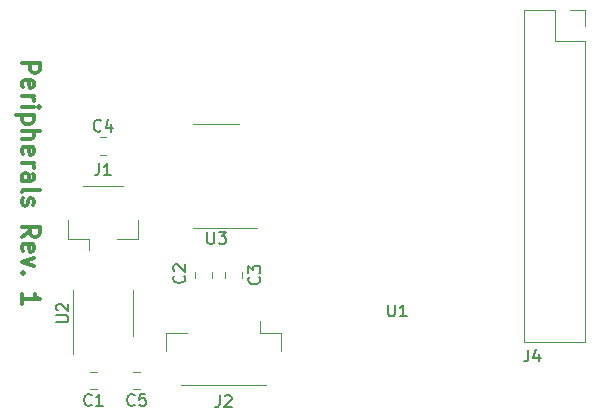
<source format=gbr>
%TF.GenerationSoftware,KiCad,Pcbnew,7.0.6-0*%
%TF.CreationDate,2024-01-30T23:56:51-05:00*%
%TF.ProjectId,Peripherals Board (new),50657269-7068-4657-9261-6c7320426f61,rev?*%
%TF.SameCoordinates,Original*%
%TF.FileFunction,Legend,Top*%
%TF.FilePolarity,Positive*%
%FSLAX46Y46*%
G04 Gerber Fmt 4.6, Leading zero omitted, Abs format (unit mm)*
G04 Created by KiCad (PCBNEW 7.0.6-0) date 2024-01-30 23:56:51*
%MOMM*%
%LPD*%
G01*
G04 APERTURE LIST*
%ADD10C,0.300000*%
%ADD11C,0.150000*%
%ADD12C,0.120000*%
G04 APERTURE END LIST*
D10*
X172061629Y-56469233D02*
X173561629Y-56469233D01*
X173561629Y-56469233D02*
X173561629Y-57040662D01*
X173561629Y-57040662D02*
X173490200Y-57183519D01*
X173490200Y-57183519D02*
X173418772Y-57254948D01*
X173418772Y-57254948D02*
X173275915Y-57326376D01*
X173275915Y-57326376D02*
X173061629Y-57326376D01*
X173061629Y-57326376D02*
X172918772Y-57254948D01*
X172918772Y-57254948D02*
X172847343Y-57183519D01*
X172847343Y-57183519D02*
X172775915Y-57040662D01*
X172775915Y-57040662D02*
X172775915Y-56469233D01*
X172133058Y-58540662D02*
X172061629Y-58397805D01*
X172061629Y-58397805D02*
X172061629Y-58112091D01*
X172061629Y-58112091D02*
X172133058Y-57969233D01*
X172133058Y-57969233D02*
X172275915Y-57897805D01*
X172275915Y-57897805D02*
X172847343Y-57897805D01*
X172847343Y-57897805D02*
X172990200Y-57969233D01*
X172990200Y-57969233D02*
X173061629Y-58112091D01*
X173061629Y-58112091D02*
X173061629Y-58397805D01*
X173061629Y-58397805D02*
X172990200Y-58540662D01*
X172990200Y-58540662D02*
X172847343Y-58612091D01*
X172847343Y-58612091D02*
X172704486Y-58612091D01*
X172704486Y-58612091D02*
X172561629Y-57897805D01*
X172061629Y-59254947D02*
X173061629Y-59254947D01*
X172775915Y-59254947D02*
X172918772Y-59326376D01*
X172918772Y-59326376D02*
X172990200Y-59397805D01*
X172990200Y-59397805D02*
X173061629Y-59540662D01*
X173061629Y-59540662D02*
X173061629Y-59683519D01*
X172061629Y-60183518D02*
X173061629Y-60183518D01*
X173561629Y-60183518D02*
X173490200Y-60112090D01*
X173490200Y-60112090D02*
X173418772Y-60183518D01*
X173418772Y-60183518D02*
X173490200Y-60254947D01*
X173490200Y-60254947D02*
X173561629Y-60183518D01*
X173561629Y-60183518D02*
X173418772Y-60183518D01*
X173061629Y-60897804D02*
X171561629Y-60897804D01*
X172990200Y-60897804D02*
X173061629Y-61040662D01*
X173061629Y-61040662D02*
X173061629Y-61326376D01*
X173061629Y-61326376D02*
X172990200Y-61469233D01*
X172990200Y-61469233D02*
X172918772Y-61540662D01*
X172918772Y-61540662D02*
X172775915Y-61612090D01*
X172775915Y-61612090D02*
X172347343Y-61612090D01*
X172347343Y-61612090D02*
X172204486Y-61540662D01*
X172204486Y-61540662D02*
X172133058Y-61469233D01*
X172133058Y-61469233D02*
X172061629Y-61326376D01*
X172061629Y-61326376D02*
X172061629Y-61040662D01*
X172061629Y-61040662D02*
X172133058Y-60897804D01*
X172061629Y-62254947D02*
X173561629Y-62254947D01*
X172061629Y-62897805D02*
X172847343Y-62897805D01*
X172847343Y-62897805D02*
X172990200Y-62826376D01*
X172990200Y-62826376D02*
X173061629Y-62683519D01*
X173061629Y-62683519D02*
X173061629Y-62469233D01*
X173061629Y-62469233D02*
X172990200Y-62326376D01*
X172990200Y-62326376D02*
X172918772Y-62254947D01*
X172133058Y-64183519D02*
X172061629Y-64040662D01*
X172061629Y-64040662D02*
X172061629Y-63754948D01*
X172061629Y-63754948D02*
X172133058Y-63612090D01*
X172133058Y-63612090D02*
X172275915Y-63540662D01*
X172275915Y-63540662D02*
X172847343Y-63540662D01*
X172847343Y-63540662D02*
X172990200Y-63612090D01*
X172990200Y-63612090D02*
X173061629Y-63754948D01*
X173061629Y-63754948D02*
X173061629Y-64040662D01*
X173061629Y-64040662D02*
X172990200Y-64183519D01*
X172990200Y-64183519D02*
X172847343Y-64254948D01*
X172847343Y-64254948D02*
X172704486Y-64254948D01*
X172704486Y-64254948D02*
X172561629Y-63540662D01*
X172061629Y-64897804D02*
X173061629Y-64897804D01*
X172775915Y-64897804D02*
X172918772Y-64969233D01*
X172918772Y-64969233D02*
X172990200Y-65040662D01*
X172990200Y-65040662D02*
X173061629Y-65183519D01*
X173061629Y-65183519D02*
X173061629Y-65326376D01*
X172061629Y-66469233D02*
X172847343Y-66469233D01*
X172847343Y-66469233D02*
X172990200Y-66397804D01*
X172990200Y-66397804D02*
X173061629Y-66254947D01*
X173061629Y-66254947D02*
X173061629Y-65969233D01*
X173061629Y-65969233D02*
X172990200Y-65826375D01*
X172133058Y-66469233D02*
X172061629Y-66326375D01*
X172061629Y-66326375D02*
X172061629Y-65969233D01*
X172061629Y-65969233D02*
X172133058Y-65826375D01*
X172133058Y-65826375D02*
X172275915Y-65754947D01*
X172275915Y-65754947D02*
X172418772Y-65754947D01*
X172418772Y-65754947D02*
X172561629Y-65826375D01*
X172561629Y-65826375D02*
X172633058Y-65969233D01*
X172633058Y-65969233D02*
X172633058Y-66326375D01*
X172633058Y-66326375D02*
X172704486Y-66469233D01*
X172061629Y-67397804D02*
X172133058Y-67254947D01*
X172133058Y-67254947D02*
X172275915Y-67183518D01*
X172275915Y-67183518D02*
X173561629Y-67183518D01*
X172133058Y-67897804D02*
X172061629Y-68040661D01*
X172061629Y-68040661D02*
X172061629Y-68326375D01*
X172061629Y-68326375D02*
X172133058Y-68469232D01*
X172133058Y-68469232D02*
X172275915Y-68540661D01*
X172275915Y-68540661D02*
X172347343Y-68540661D01*
X172347343Y-68540661D02*
X172490200Y-68469232D01*
X172490200Y-68469232D02*
X172561629Y-68326375D01*
X172561629Y-68326375D02*
X172561629Y-68112090D01*
X172561629Y-68112090D02*
X172633058Y-67969232D01*
X172633058Y-67969232D02*
X172775915Y-67897804D01*
X172775915Y-67897804D02*
X172847343Y-67897804D01*
X172847343Y-67897804D02*
X172990200Y-67969232D01*
X172990200Y-67969232D02*
X173061629Y-68112090D01*
X173061629Y-68112090D02*
X173061629Y-68326375D01*
X173061629Y-68326375D02*
X172990200Y-68469232D01*
X172061629Y-71183518D02*
X172775915Y-70683518D01*
X172061629Y-70326375D02*
X173561629Y-70326375D01*
X173561629Y-70326375D02*
X173561629Y-70897804D01*
X173561629Y-70897804D02*
X173490200Y-71040661D01*
X173490200Y-71040661D02*
X173418772Y-71112090D01*
X173418772Y-71112090D02*
X173275915Y-71183518D01*
X173275915Y-71183518D02*
X173061629Y-71183518D01*
X173061629Y-71183518D02*
X172918772Y-71112090D01*
X172918772Y-71112090D02*
X172847343Y-71040661D01*
X172847343Y-71040661D02*
X172775915Y-70897804D01*
X172775915Y-70897804D02*
X172775915Y-70326375D01*
X172133058Y-72397804D02*
X172061629Y-72254947D01*
X172061629Y-72254947D02*
X172061629Y-71969233D01*
X172061629Y-71969233D02*
X172133058Y-71826375D01*
X172133058Y-71826375D02*
X172275915Y-71754947D01*
X172275915Y-71754947D02*
X172847343Y-71754947D01*
X172847343Y-71754947D02*
X172990200Y-71826375D01*
X172990200Y-71826375D02*
X173061629Y-71969233D01*
X173061629Y-71969233D02*
X173061629Y-72254947D01*
X173061629Y-72254947D02*
X172990200Y-72397804D01*
X172990200Y-72397804D02*
X172847343Y-72469233D01*
X172847343Y-72469233D02*
X172704486Y-72469233D01*
X172704486Y-72469233D02*
X172561629Y-71754947D01*
X173061629Y-72969232D02*
X172061629Y-73326375D01*
X172061629Y-73326375D02*
X173061629Y-73683518D01*
X172204486Y-74254946D02*
X172133058Y-74326375D01*
X172133058Y-74326375D02*
X172061629Y-74254946D01*
X172061629Y-74254946D02*
X172133058Y-74183518D01*
X172133058Y-74183518D02*
X172204486Y-74254946D01*
X172204486Y-74254946D02*
X172061629Y-74254946D01*
X172061629Y-76897804D02*
X172061629Y-76040661D01*
X172061629Y-76469232D02*
X173561629Y-76469232D01*
X173561629Y-76469232D02*
X173347343Y-76326375D01*
X173347343Y-76326375D02*
X173204486Y-76183518D01*
X173204486Y-76183518D02*
X173133058Y-76040661D01*
D11*
X192129580Y-74588666D02*
X192177200Y-74636285D01*
X192177200Y-74636285D02*
X192224819Y-74779142D01*
X192224819Y-74779142D02*
X192224819Y-74874380D01*
X192224819Y-74874380D02*
X192177200Y-75017237D01*
X192177200Y-75017237D02*
X192081961Y-75112475D01*
X192081961Y-75112475D02*
X191986723Y-75160094D01*
X191986723Y-75160094D02*
X191796247Y-75207713D01*
X191796247Y-75207713D02*
X191653390Y-75207713D01*
X191653390Y-75207713D02*
X191462914Y-75160094D01*
X191462914Y-75160094D02*
X191367676Y-75112475D01*
X191367676Y-75112475D02*
X191272438Y-75017237D01*
X191272438Y-75017237D02*
X191224819Y-74874380D01*
X191224819Y-74874380D02*
X191224819Y-74779142D01*
X191224819Y-74779142D02*
X191272438Y-74636285D01*
X191272438Y-74636285D02*
X191320057Y-74588666D01*
X191224819Y-74255332D02*
X191224819Y-73636285D01*
X191224819Y-73636285D02*
X191605771Y-73969618D01*
X191605771Y-73969618D02*
X191605771Y-73826761D01*
X191605771Y-73826761D02*
X191653390Y-73731523D01*
X191653390Y-73731523D02*
X191701009Y-73683904D01*
X191701009Y-73683904D02*
X191796247Y-73636285D01*
X191796247Y-73636285D02*
X192034342Y-73636285D01*
X192034342Y-73636285D02*
X192129580Y-73683904D01*
X192129580Y-73683904D02*
X192177200Y-73731523D01*
X192177200Y-73731523D02*
X192224819Y-73826761D01*
X192224819Y-73826761D02*
X192224819Y-74112475D01*
X192224819Y-74112475D02*
X192177200Y-74207713D01*
X192177200Y-74207713D02*
X192129580Y-74255332D01*
X178586666Y-64968906D02*
X178586666Y-65683191D01*
X178586666Y-65683191D02*
X178539047Y-65826048D01*
X178539047Y-65826048D02*
X178443809Y-65921287D01*
X178443809Y-65921287D02*
X178300952Y-65968906D01*
X178300952Y-65968906D02*
X178205714Y-65968906D01*
X179586666Y-65968906D02*
X179015238Y-65968906D01*
X179300952Y-65968906D02*
X179300952Y-64968906D01*
X179300952Y-64968906D02*
X179205714Y-65111763D01*
X179205714Y-65111763D02*
X179110476Y-65207001D01*
X179110476Y-65207001D02*
X179015238Y-65254620D01*
X203073095Y-76924819D02*
X203073095Y-77734342D01*
X203073095Y-77734342D02*
X203120714Y-77829580D01*
X203120714Y-77829580D02*
X203168333Y-77877200D01*
X203168333Y-77877200D02*
X203263571Y-77924819D01*
X203263571Y-77924819D02*
X203454047Y-77924819D01*
X203454047Y-77924819D02*
X203549285Y-77877200D01*
X203549285Y-77877200D02*
X203596904Y-77829580D01*
X203596904Y-77829580D02*
X203644523Y-77734342D01*
X203644523Y-77734342D02*
X203644523Y-76924819D01*
X204644523Y-77924819D02*
X204073095Y-77924819D01*
X204358809Y-77924819D02*
X204358809Y-76924819D01*
X204358809Y-76924819D02*
X204263571Y-77067676D01*
X204263571Y-77067676D02*
X204168333Y-77162914D01*
X204168333Y-77162914D02*
X204073095Y-77210533D01*
X181593333Y-85393667D02*
X181545714Y-85441287D01*
X181545714Y-85441287D02*
X181402857Y-85488906D01*
X181402857Y-85488906D02*
X181307619Y-85488906D01*
X181307619Y-85488906D02*
X181164762Y-85441287D01*
X181164762Y-85441287D02*
X181069524Y-85346048D01*
X181069524Y-85346048D02*
X181021905Y-85250810D01*
X181021905Y-85250810D02*
X180974286Y-85060334D01*
X180974286Y-85060334D02*
X180974286Y-84917477D01*
X180974286Y-84917477D02*
X181021905Y-84727001D01*
X181021905Y-84727001D02*
X181069524Y-84631763D01*
X181069524Y-84631763D02*
X181164762Y-84536525D01*
X181164762Y-84536525D02*
X181307619Y-84488906D01*
X181307619Y-84488906D02*
X181402857Y-84488906D01*
X181402857Y-84488906D02*
X181545714Y-84536525D01*
X181545714Y-84536525D02*
X181593333Y-84584144D01*
X182498095Y-84488906D02*
X182021905Y-84488906D01*
X182021905Y-84488906D02*
X181974286Y-84965096D01*
X181974286Y-84965096D02*
X182021905Y-84917477D01*
X182021905Y-84917477D02*
X182117143Y-84869858D01*
X182117143Y-84869858D02*
X182355238Y-84869858D01*
X182355238Y-84869858D02*
X182450476Y-84917477D01*
X182450476Y-84917477D02*
X182498095Y-84965096D01*
X182498095Y-84965096D02*
X182545714Y-85060334D01*
X182545714Y-85060334D02*
X182545714Y-85298429D01*
X182545714Y-85298429D02*
X182498095Y-85393667D01*
X182498095Y-85393667D02*
X182450476Y-85441287D01*
X182450476Y-85441287D02*
X182355238Y-85488906D01*
X182355238Y-85488906D02*
X182117143Y-85488906D01*
X182117143Y-85488906D02*
X182021905Y-85441287D01*
X182021905Y-85441287D02*
X181974286Y-85393667D01*
X174974819Y-78400991D02*
X175784342Y-78400991D01*
X175784342Y-78400991D02*
X175879580Y-78353372D01*
X175879580Y-78353372D02*
X175927200Y-78305753D01*
X175927200Y-78305753D02*
X175974819Y-78210515D01*
X175974819Y-78210515D02*
X175974819Y-78020039D01*
X175974819Y-78020039D02*
X175927200Y-77924801D01*
X175927200Y-77924801D02*
X175879580Y-77877182D01*
X175879580Y-77877182D02*
X175784342Y-77829563D01*
X175784342Y-77829563D02*
X174974819Y-77829563D01*
X175070057Y-77400991D02*
X175022438Y-77353372D01*
X175022438Y-77353372D02*
X174974819Y-77258134D01*
X174974819Y-77258134D02*
X174974819Y-77020039D01*
X174974819Y-77020039D02*
X175022438Y-76924801D01*
X175022438Y-76924801D02*
X175070057Y-76877182D01*
X175070057Y-76877182D02*
X175165295Y-76829563D01*
X175165295Y-76829563D02*
X175260533Y-76829563D01*
X175260533Y-76829563D02*
X175403390Y-76877182D01*
X175403390Y-76877182D02*
X175974819Y-77448610D01*
X175974819Y-77448610D02*
X175974819Y-76829563D01*
X178753333Y-62179580D02*
X178705714Y-62227200D01*
X178705714Y-62227200D02*
X178562857Y-62274819D01*
X178562857Y-62274819D02*
X178467619Y-62274819D01*
X178467619Y-62274819D02*
X178324762Y-62227200D01*
X178324762Y-62227200D02*
X178229524Y-62131961D01*
X178229524Y-62131961D02*
X178181905Y-62036723D01*
X178181905Y-62036723D02*
X178134286Y-61846247D01*
X178134286Y-61846247D02*
X178134286Y-61703390D01*
X178134286Y-61703390D02*
X178181905Y-61512914D01*
X178181905Y-61512914D02*
X178229524Y-61417676D01*
X178229524Y-61417676D02*
X178324762Y-61322438D01*
X178324762Y-61322438D02*
X178467619Y-61274819D01*
X178467619Y-61274819D02*
X178562857Y-61274819D01*
X178562857Y-61274819D02*
X178705714Y-61322438D01*
X178705714Y-61322438D02*
X178753333Y-61370057D01*
X179610476Y-61608152D02*
X179610476Y-62274819D01*
X179372381Y-61227200D02*
X179134286Y-61941485D01*
X179134286Y-61941485D02*
X179753333Y-61941485D01*
X214931666Y-80734819D02*
X214931666Y-81449104D01*
X214931666Y-81449104D02*
X214884047Y-81591961D01*
X214884047Y-81591961D02*
X214788809Y-81687200D01*
X214788809Y-81687200D02*
X214645952Y-81734819D01*
X214645952Y-81734819D02*
X214550714Y-81734819D01*
X215836428Y-81068152D02*
X215836428Y-81734819D01*
X215598333Y-80687200D02*
X215360238Y-81401485D01*
X215360238Y-81401485D02*
X215979285Y-81401485D01*
X185779580Y-74461666D02*
X185827200Y-74509285D01*
X185827200Y-74509285D02*
X185874819Y-74652142D01*
X185874819Y-74652142D02*
X185874819Y-74747380D01*
X185874819Y-74747380D02*
X185827200Y-74890237D01*
X185827200Y-74890237D02*
X185731961Y-74985475D01*
X185731961Y-74985475D02*
X185636723Y-75033094D01*
X185636723Y-75033094D02*
X185446247Y-75080713D01*
X185446247Y-75080713D02*
X185303390Y-75080713D01*
X185303390Y-75080713D02*
X185112914Y-75033094D01*
X185112914Y-75033094D02*
X185017676Y-74985475D01*
X185017676Y-74985475D02*
X184922438Y-74890237D01*
X184922438Y-74890237D02*
X184874819Y-74747380D01*
X184874819Y-74747380D02*
X184874819Y-74652142D01*
X184874819Y-74652142D02*
X184922438Y-74509285D01*
X184922438Y-74509285D02*
X184970057Y-74461666D01*
X184970057Y-74080713D02*
X184922438Y-74033094D01*
X184922438Y-74033094D02*
X184874819Y-73937856D01*
X184874819Y-73937856D02*
X184874819Y-73699761D01*
X184874819Y-73699761D02*
X184922438Y-73604523D01*
X184922438Y-73604523D02*
X184970057Y-73556904D01*
X184970057Y-73556904D02*
X185065295Y-73509285D01*
X185065295Y-73509285D02*
X185160533Y-73509285D01*
X185160533Y-73509285D02*
X185303390Y-73556904D01*
X185303390Y-73556904D02*
X185874819Y-74128332D01*
X185874819Y-74128332D02*
X185874819Y-73509285D01*
X177948333Y-85393667D02*
X177900714Y-85441287D01*
X177900714Y-85441287D02*
X177757857Y-85488906D01*
X177757857Y-85488906D02*
X177662619Y-85488906D01*
X177662619Y-85488906D02*
X177519762Y-85441287D01*
X177519762Y-85441287D02*
X177424524Y-85346048D01*
X177424524Y-85346048D02*
X177376905Y-85250810D01*
X177376905Y-85250810D02*
X177329286Y-85060334D01*
X177329286Y-85060334D02*
X177329286Y-84917477D01*
X177329286Y-84917477D02*
X177376905Y-84727001D01*
X177376905Y-84727001D02*
X177424524Y-84631763D01*
X177424524Y-84631763D02*
X177519762Y-84536525D01*
X177519762Y-84536525D02*
X177662619Y-84488906D01*
X177662619Y-84488906D02*
X177757857Y-84488906D01*
X177757857Y-84488906D02*
X177900714Y-84536525D01*
X177900714Y-84536525D02*
X177948333Y-84584144D01*
X178900714Y-85488906D02*
X178329286Y-85488906D01*
X178615000Y-85488906D02*
X178615000Y-84488906D01*
X178615000Y-84488906D02*
X178519762Y-84631763D01*
X178519762Y-84631763D02*
X178424524Y-84727001D01*
X178424524Y-84727001D02*
X178329286Y-84774620D01*
X188801666Y-84604819D02*
X188801666Y-85319104D01*
X188801666Y-85319104D02*
X188754047Y-85461961D01*
X188754047Y-85461961D02*
X188658809Y-85557200D01*
X188658809Y-85557200D02*
X188515952Y-85604819D01*
X188515952Y-85604819D02*
X188420714Y-85604819D01*
X189230238Y-84700057D02*
X189277857Y-84652438D01*
X189277857Y-84652438D02*
X189373095Y-84604819D01*
X189373095Y-84604819D02*
X189611190Y-84604819D01*
X189611190Y-84604819D02*
X189706428Y-84652438D01*
X189706428Y-84652438D02*
X189754047Y-84700057D01*
X189754047Y-84700057D02*
X189801666Y-84795295D01*
X189801666Y-84795295D02*
X189801666Y-84890533D01*
X189801666Y-84890533D02*
X189754047Y-85033390D01*
X189754047Y-85033390D02*
X189182619Y-85604819D01*
X189182619Y-85604819D02*
X189801666Y-85604819D01*
X187758095Y-70774819D02*
X187758095Y-71584342D01*
X187758095Y-71584342D02*
X187805714Y-71679580D01*
X187805714Y-71679580D02*
X187853333Y-71727200D01*
X187853333Y-71727200D02*
X187948571Y-71774819D01*
X187948571Y-71774819D02*
X188139047Y-71774819D01*
X188139047Y-71774819D02*
X188234285Y-71727200D01*
X188234285Y-71727200D02*
X188281904Y-71679580D01*
X188281904Y-71679580D02*
X188329523Y-71584342D01*
X188329523Y-71584342D02*
X188329523Y-70774819D01*
X188710476Y-70774819D02*
X189329523Y-70774819D01*
X189329523Y-70774819D02*
X188996190Y-71155771D01*
X188996190Y-71155771D02*
X189139047Y-71155771D01*
X189139047Y-71155771D02*
X189234285Y-71203390D01*
X189234285Y-71203390D02*
X189281904Y-71251009D01*
X189281904Y-71251009D02*
X189329523Y-71346247D01*
X189329523Y-71346247D02*
X189329523Y-71584342D01*
X189329523Y-71584342D02*
X189281904Y-71679580D01*
X189281904Y-71679580D02*
X189234285Y-71727200D01*
X189234285Y-71727200D02*
X189139047Y-71774819D01*
X189139047Y-71774819D02*
X188853333Y-71774819D01*
X188853333Y-71774819D02*
X188758095Y-71727200D01*
X188758095Y-71727200D02*
X188710476Y-71679580D01*
D12*
%TO.C,C3*%
X190727000Y-74160748D02*
X190727000Y-74683252D01*
X189257000Y-74160748D02*
X189257000Y-74683252D01*
%TO.C,J1*%
X175935000Y-69774087D02*
X175935000Y-71374087D01*
X175935000Y-71374087D02*
X177735000Y-71374087D01*
X177205000Y-66904087D02*
X180635000Y-66904087D01*
X177735000Y-71374087D02*
X177735000Y-72314087D01*
X181905000Y-69774087D02*
X181905000Y-71374087D01*
X181905000Y-71374087D02*
X180105000Y-71374087D01*
%TO.C,C5*%
X182021252Y-84089087D02*
X181498748Y-84089087D01*
X182021252Y-82619087D02*
X181498748Y-82619087D01*
%TO.C,U2*%
X176360000Y-77639087D02*
X176360000Y-81089087D01*
X176360000Y-77639087D02*
X176360000Y-75689087D01*
X181480000Y-77639087D02*
X181480000Y-79589087D01*
X181480000Y-77639087D02*
X181480000Y-75689087D01*
%TO.C,C4*%
X178658748Y-64235000D02*
X179181252Y-64235000D01*
X178658748Y-62765000D02*
X179181252Y-62765000D01*
%TO.C,J4*%
X214570000Y-52010000D02*
X214570000Y-80070000D01*
X214570000Y-52010000D02*
X217170000Y-52010000D01*
X214570000Y-80070000D02*
X219770000Y-80070000D01*
X217170000Y-52010000D02*
X217170000Y-54610000D01*
X217170000Y-54610000D02*
X219770000Y-54610000D01*
X218440000Y-52010000D02*
X219770000Y-52010000D01*
X219770000Y-52010000D02*
X219770000Y-53340000D01*
X219770000Y-54610000D02*
X219770000Y-80070000D01*
%TO.C,C2*%
X188187000Y-74160748D02*
X188187000Y-74683252D01*
X186717000Y-74160748D02*
X186717000Y-74683252D01*
%TO.C,C1*%
X178376252Y-84089087D02*
X177853748Y-84089087D01*
X178376252Y-82619087D02*
X177853748Y-82619087D01*
%TO.C,J2*%
X193995000Y-80890000D02*
X193995000Y-79290000D01*
X193995000Y-79290000D02*
X192195000Y-79290000D01*
X192725000Y-83760000D02*
X185545000Y-83760000D01*
X192195000Y-79290000D02*
X192195000Y-78350000D01*
X184275000Y-80890000D02*
X184275000Y-79290000D01*
X184275000Y-79290000D02*
X186075000Y-79290000D01*
%TO.C,U3*%
X188520000Y-61605000D02*
X186570000Y-61605000D01*
X188520000Y-61605000D02*
X190470000Y-61605000D01*
X188520000Y-70475000D02*
X186570000Y-70475000D01*
X188520000Y-70475000D02*
X191970000Y-70475000D01*
%TD*%
M02*

</source>
